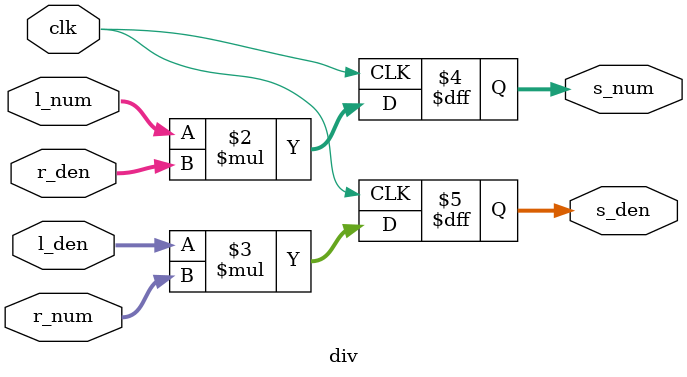
<source format=v>

module div #(parameter WIDTH=32) (
        input clk,
        // DATA IN
        input [WIDTH-1:0] l_num,
        input [WIDTH-1:0] l_den,
        input [WIDTH-1:0] r_num,
        input [WIDTH-1:0] r_den,
        // DATA OUT
        output reg [WIDTH-1:0] s_num,
        output reg [WIDTH-1:0] s_den
    );

    always @(posedge clk) begin
        s_num <= l_num * r_den;
        s_den <= l_den * r_num;
    end

endmodule

</source>
